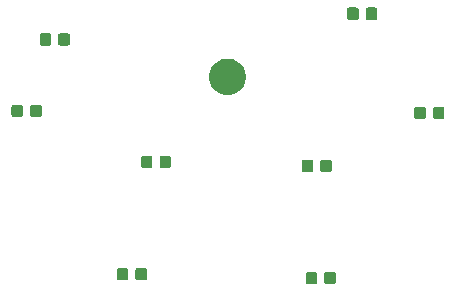
<source format=gbr>
G04 #@! TF.GenerationSoftware,KiCad,Pcbnew,(5.1.5)-3*
G04 #@! TF.CreationDate,2020-10-24T11:26:36-07:00*
G04 #@! TF.ProjectId,xmas_heart_2020,786d6173-5f68-4656-9172-745f32303230,rev?*
G04 #@! TF.SameCoordinates,Original*
G04 #@! TF.FileFunction,Soldermask,Top*
G04 #@! TF.FilePolarity,Negative*
%FSLAX46Y46*%
G04 Gerber Fmt 4.6, Leading zero omitted, Abs format (unit mm)*
G04 Created by KiCad (PCBNEW (5.1.5)-3) date 2020-10-24 11:26:36*
%MOMM*%
%LPD*%
G04 APERTURE LIST*
%ADD10C,0.100000*%
G04 APERTURE END LIST*
D10*
G36*
X114167091Y-44678085D02*
G01*
X114201069Y-44688393D01*
X114232390Y-44705134D01*
X114259839Y-44727661D01*
X114282366Y-44755110D01*
X114299107Y-44786431D01*
X114309415Y-44820409D01*
X114313500Y-44861890D01*
X114313500Y-45538110D01*
X114309415Y-45579591D01*
X114299107Y-45613569D01*
X114282366Y-45644890D01*
X114259839Y-45672339D01*
X114232390Y-45694866D01*
X114201069Y-45711607D01*
X114167091Y-45721915D01*
X114125610Y-45726000D01*
X113524390Y-45726000D01*
X113482909Y-45721915D01*
X113448931Y-45711607D01*
X113417610Y-45694866D01*
X113390161Y-45672339D01*
X113367634Y-45644890D01*
X113350893Y-45613569D01*
X113340585Y-45579591D01*
X113336500Y-45538110D01*
X113336500Y-44861890D01*
X113340585Y-44820409D01*
X113350893Y-44786431D01*
X113367634Y-44755110D01*
X113390161Y-44727661D01*
X113417610Y-44705134D01*
X113448931Y-44688393D01*
X113482909Y-44678085D01*
X113524390Y-44674000D01*
X114125610Y-44674000D01*
X114167091Y-44678085D01*
G37*
G36*
X112592091Y-44678085D02*
G01*
X112626069Y-44688393D01*
X112657390Y-44705134D01*
X112684839Y-44727661D01*
X112707366Y-44755110D01*
X112724107Y-44786431D01*
X112734415Y-44820409D01*
X112738500Y-44861890D01*
X112738500Y-45538110D01*
X112734415Y-45579591D01*
X112724107Y-45613569D01*
X112707366Y-45644890D01*
X112684839Y-45672339D01*
X112657390Y-45694866D01*
X112626069Y-45711607D01*
X112592091Y-45721915D01*
X112550610Y-45726000D01*
X111949390Y-45726000D01*
X111907909Y-45721915D01*
X111873931Y-45711607D01*
X111842610Y-45694866D01*
X111815161Y-45672339D01*
X111792634Y-45644890D01*
X111775893Y-45613569D01*
X111765585Y-45579591D01*
X111761500Y-45538110D01*
X111761500Y-44861890D01*
X111765585Y-44820409D01*
X111775893Y-44786431D01*
X111792634Y-44755110D01*
X111815161Y-44727661D01*
X111842610Y-44705134D01*
X111873931Y-44688393D01*
X111907909Y-44678085D01*
X111949390Y-44674000D01*
X112550610Y-44674000D01*
X112592091Y-44678085D01*
G37*
G36*
X96604591Y-44328085D02*
G01*
X96638569Y-44338393D01*
X96669890Y-44355134D01*
X96697339Y-44377661D01*
X96719866Y-44405110D01*
X96736607Y-44436431D01*
X96746915Y-44470409D01*
X96751000Y-44511890D01*
X96751000Y-45188110D01*
X96746915Y-45229591D01*
X96736607Y-45263569D01*
X96719866Y-45294890D01*
X96697339Y-45322339D01*
X96669890Y-45344866D01*
X96638569Y-45361607D01*
X96604591Y-45371915D01*
X96563110Y-45376000D01*
X95961890Y-45376000D01*
X95920409Y-45371915D01*
X95886431Y-45361607D01*
X95855110Y-45344866D01*
X95827661Y-45322339D01*
X95805134Y-45294890D01*
X95788393Y-45263569D01*
X95778085Y-45229591D01*
X95774000Y-45188110D01*
X95774000Y-44511890D01*
X95778085Y-44470409D01*
X95788393Y-44436431D01*
X95805134Y-44405110D01*
X95827661Y-44377661D01*
X95855110Y-44355134D01*
X95886431Y-44338393D01*
X95920409Y-44328085D01*
X95961890Y-44324000D01*
X96563110Y-44324000D01*
X96604591Y-44328085D01*
G37*
G36*
X98179591Y-44328085D02*
G01*
X98213569Y-44338393D01*
X98244890Y-44355134D01*
X98272339Y-44377661D01*
X98294866Y-44405110D01*
X98311607Y-44436431D01*
X98321915Y-44470409D01*
X98326000Y-44511890D01*
X98326000Y-45188110D01*
X98321915Y-45229591D01*
X98311607Y-45263569D01*
X98294866Y-45294890D01*
X98272339Y-45322339D01*
X98244890Y-45344866D01*
X98213569Y-45361607D01*
X98179591Y-45371915D01*
X98138110Y-45376000D01*
X97536890Y-45376000D01*
X97495409Y-45371915D01*
X97461431Y-45361607D01*
X97430110Y-45344866D01*
X97402661Y-45322339D01*
X97380134Y-45294890D01*
X97363393Y-45263569D01*
X97353085Y-45229591D01*
X97349000Y-45188110D01*
X97349000Y-44511890D01*
X97353085Y-44470409D01*
X97363393Y-44436431D01*
X97380134Y-44405110D01*
X97402661Y-44377661D01*
X97430110Y-44355134D01*
X97461431Y-44338393D01*
X97495409Y-44328085D01*
X97536890Y-44324000D01*
X98138110Y-44324000D01*
X98179591Y-44328085D01*
G37*
G36*
X113829591Y-35178085D02*
G01*
X113863569Y-35188393D01*
X113894890Y-35205134D01*
X113922339Y-35227661D01*
X113944866Y-35255110D01*
X113961607Y-35286431D01*
X113971915Y-35320409D01*
X113976000Y-35361890D01*
X113976000Y-36038110D01*
X113971915Y-36079591D01*
X113961607Y-36113569D01*
X113944866Y-36144890D01*
X113922339Y-36172339D01*
X113894890Y-36194866D01*
X113863569Y-36211607D01*
X113829591Y-36221915D01*
X113788110Y-36226000D01*
X113186890Y-36226000D01*
X113145409Y-36221915D01*
X113111431Y-36211607D01*
X113080110Y-36194866D01*
X113052661Y-36172339D01*
X113030134Y-36144890D01*
X113013393Y-36113569D01*
X113003085Y-36079591D01*
X112999000Y-36038110D01*
X112999000Y-35361890D01*
X113003085Y-35320409D01*
X113013393Y-35286431D01*
X113030134Y-35255110D01*
X113052661Y-35227661D01*
X113080110Y-35205134D01*
X113111431Y-35188393D01*
X113145409Y-35178085D01*
X113186890Y-35174000D01*
X113788110Y-35174000D01*
X113829591Y-35178085D01*
G37*
G36*
X112254591Y-35178085D02*
G01*
X112288569Y-35188393D01*
X112319890Y-35205134D01*
X112347339Y-35227661D01*
X112369866Y-35255110D01*
X112386607Y-35286431D01*
X112396915Y-35320409D01*
X112401000Y-35361890D01*
X112401000Y-36038110D01*
X112396915Y-36079591D01*
X112386607Y-36113569D01*
X112369866Y-36144890D01*
X112347339Y-36172339D01*
X112319890Y-36194866D01*
X112288569Y-36211607D01*
X112254591Y-36221915D01*
X112213110Y-36226000D01*
X111611890Y-36226000D01*
X111570409Y-36221915D01*
X111536431Y-36211607D01*
X111505110Y-36194866D01*
X111477661Y-36172339D01*
X111455134Y-36144890D01*
X111438393Y-36113569D01*
X111428085Y-36079591D01*
X111424000Y-36038110D01*
X111424000Y-35361890D01*
X111428085Y-35320409D01*
X111438393Y-35286431D01*
X111455134Y-35255110D01*
X111477661Y-35227661D01*
X111505110Y-35205134D01*
X111536431Y-35188393D01*
X111570409Y-35178085D01*
X111611890Y-35174000D01*
X112213110Y-35174000D01*
X112254591Y-35178085D01*
G37*
G36*
X100217091Y-34828085D02*
G01*
X100251069Y-34838393D01*
X100282390Y-34855134D01*
X100309839Y-34877661D01*
X100332366Y-34905110D01*
X100349107Y-34936431D01*
X100359415Y-34970409D01*
X100363500Y-35011890D01*
X100363500Y-35688110D01*
X100359415Y-35729591D01*
X100349107Y-35763569D01*
X100332366Y-35794890D01*
X100309839Y-35822339D01*
X100282390Y-35844866D01*
X100251069Y-35861607D01*
X100217091Y-35871915D01*
X100175610Y-35876000D01*
X99574390Y-35876000D01*
X99532909Y-35871915D01*
X99498931Y-35861607D01*
X99467610Y-35844866D01*
X99440161Y-35822339D01*
X99417634Y-35794890D01*
X99400893Y-35763569D01*
X99390585Y-35729591D01*
X99386500Y-35688110D01*
X99386500Y-35011890D01*
X99390585Y-34970409D01*
X99400893Y-34936431D01*
X99417634Y-34905110D01*
X99440161Y-34877661D01*
X99467610Y-34855134D01*
X99498931Y-34838393D01*
X99532909Y-34828085D01*
X99574390Y-34824000D01*
X100175610Y-34824000D01*
X100217091Y-34828085D01*
G37*
G36*
X98642091Y-34828085D02*
G01*
X98676069Y-34838393D01*
X98707390Y-34855134D01*
X98734839Y-34877661D01*
X98757366Y-34905110D01*
X98774107Y-34936431D01*
X98784415Y-34970409D01*
X98788500Y-35011890D01*
X98788500Y-35688110D01*
X98784415Y-35729591D01*
X98774107Y-35763569D01*
X98757366Y-35794890D01*
X98734839Y-35822339D01*
X98707390Y-35844866D01*
X98676069Y-35861607D01*
X98642091Y-35871915D01*
X98600610Y-35876000D01*
X97999390Y-35876000D01*
X97957909Y-35871915D01*
X97923931Y-35861607D01*
X97892610Y-35844866D01*
X97865161Y-35822339D01*
X97842634Y-35794890D01*
X97825893Y-35763569D01*
X97815585Y-35729591D01*
X97811500Y-35688110D01*
X97811500Y-35011890D01*
X97815585Y-34970409D01*
X97825893Y-34936431D01*
X97842634Y-34905110D01*
X97865161Y-34877661D01*
X97892610Y-34855134D01*
X97923931Y-34838393D01*
X97957909Y-34828085D01*
X97999390Y-34824000D01*
X98600610Y-34824000D01*
X98642091Y-34828085D01*
G37*
G36*
X123367091Y-30678085D02*
G01*
X123401069Y-30688393D01*
X123432390Y-30705134D01*
X123459839Y-30727661D01*
X123482366Y-30755110D01*
X123499107Y-30786431D01*
X123509415Y-30820409D01*
X123513500Y-30861890D01*
X123513500Y-31538110D01*
X123509415Y-31579591D01*
X123499107Y-31613569D01*
X123482366Y-31644890D01*
X123459839Y-31672339D01*
X123432390Y-31694866D01*
X123401069Y-31711607D01*
X123367091Y-31721915D01*
X123325610Y-31726000D01*
X122724390Y-31726000D01*
X122682909Y-31721915D01*
X122648931Y-31711607D01*
X122617610Y-31694866D01*
X122590161Y-31672339D01*
X122567634Y-31644890D01*
X122550893Y-31613569D01*
X122540585Y-31579591D01*
X122536500Y-31538110D01*
X122536500Y-30861890D01*
X122540585Y-30820409D01*
X122550893Y-30786431D01*
X122567634Y-30755110D01*
X122590161Y-30727661D01*
X122617610Y-30705134D01*
X122648931Y-30688393D01*
X122682909Y-30678085D01*
X122724390Y-30674000D01*
X123325610Y-30674000D01*
X123367091Y-30678085D01*
G37*
G36*
X121792091Y-30678085D02*
G01*
X121826069Y-30688393D01*
X121857390Y-30705134D01*
X121884839Y-30727661D01*
X121907366Y-30755110D01*
X121924107Y-30786431D01*
X121934415Y-30820409D01*
X121938500Y-30861890D01*
X121938500Y-31538110D01*
X121934415Y-31579591D01*
X121924107Y-31613569D01*
X121907366Y-31644890D01*
X121884839Y-31672339D01*
X121857390Y-31694866D01*
X121826069Y-31711607D01*
X121792091Y-31721915D01*
X121750610Y-31726000D01*
X121149390Y-31726000D01*
X121107909Y-31721915D01*
X121073931Y-31711607D01*
X121042610Y-31694866D01*
X121015161Y-31672339D01*
X120992634Y-31644890D01*
X120975893Y-31613569D01*
X120965585Y-31579591D01*
X120961500Y-31538110D01*
X120961500Y-30861890D01*
X120965585Y-30820409D01*
X120975893Y-30786431D01*
X120992634Y-30755110D01*
X121015161Y-30727661D01*
X121042610Y-30705134D01*
X121073931Y-30688393D01*
X121107909Y-30678085D01*
X121149390Y-30674000D01*
X121750610Y-30674000D01*
X121792091Y-30678085D01*
G37*
G36*
X87679591Y-30503085D02*
G01*
X87713569Y-30513393D01*
X87744890Y-30530134D01*
X87772339Y-30552661D01*
X87794866Y-30580110D01*
X87811607Y-30611431D01*
X87821915Y-30645409D01*
X87826000Y-30686890D01*
X87826000Y-31363110D01*
X87821915Y-31404591D01*
X87811607Y-31438569D01*
X87794866Y-31469890D01*
X87772339Y-31497339D01*
X87744890Y-31519866D01*
X87713569Y-31536607D01*
X87679591Y-31546915D01*
X87638110Y-31551000D01*
X87036890Y-31551000D01*
X86995409Y-31546915D01*
X86961431Y-31536607D01*
X86930110Y-31519866D01*
X86902661Y-31497339D01*
X86880134Y-31469890D01*
X86863393Y-31438569D01*
X86853085Y-31404591D01*
X86849000Y-31363110D01*
X86849000Y-30686890D01*
X86853085Y-30645409D01*
X86863393Y-30611431D01*
X86880134Y-30580110D01*
X86902661Y-30552661D01*
X86930110Y-30530134D01*
X86961431Y-30513393D01*
X86995409Y-30503085D01*
X87036890Y-30499000D01*
X87638110Y-30499000D01*
X87679591Y-30503085D01*
G37*
G36*
X89254591Y-30503085D02*
G01*
X89288569Y-30513393D01*
X89319890Y-30530134D01*
X89347339Y-30552661D01*
X89369866Y-30580110D01*
X89386607Y-30611431D01*
X89396915Y-30645409D01*
X89401000Y-30686890D01*
X89401000Y-31363110D01*
X89396915Y-31404591D01*
X89386607Y-31438569D01*
X89369866Y-31469890D01*
X89347339Y-31497339D01*
X89319890Y-31519866D01*
X89288569Y-31536607D01*
X89254591Y-31546915D01*
X89213110Y-31551000D01*
X88611890Y-31551000D01*
X88570409Y-31546915D01*
X88536431Y-31536607D01*
X88505110Y-31519866D01*
X88477661Y-31497339D01*
X88455134Y-31469890D01*
X88438393Y-31438569D01*
X88428085Y-31404591D01*
X88424000Y-31363110D01*
X88424000Y-30686890D01*
X88428085Y-30645409D01*
X88438393Y-30611431D01*
X88455134Y-30580110D01*
X88477661Y-30552661D01*
X88505110Y-30530134D01*
X88536431Y-30513393D01*
X88570409Y-30503085D01*
X88611890Y-30499000D01*
X89213110Y-30499000D01*
X89254591Y-30503085D01*
G37*
G36*
X105427585Y-26628802D02*
G01*
X105577410Y-26658604D01*
X105859674Y-26775521D01*
X106113705Y-26945259D01*
X106329741Y-27161295D01*
X106499479Y-27415326D01*
X106616396Y-27697590D01*
X106676000Y-27997240D01*
X106676000Y-28302760D01*
X106616396Y-28602410D01*
X106499479Y-28884674D01*
X106329741Y-29138705D01*
X106113705Y-29354741D01*
X105859674Y-29524479D01*
X105577410Y-29641396D01*
X105427585Y-29671198D01*
X105277761Y-29701000D01*
X104972239Y-29701000D01*
X104822415Y-29671198D01*
X104672590Y-29641396D01*
X104390326Y-29524479D01*
X104136295Y-29354741D01*
X103920259Y-29138705D01*
X103750521Y-28884674D01*
X103633604Y-28602410D01*
X103574000Y-28302760D01*
X103574000Y-27997240D01*
X103633604Y-27697590D01*
X103750521Y-27415326D01*
X103920259Y-27161295D01*
X104136295Y-26945259D01*
X104390326Y-26775521D01*
X104672590Y-26658604D01*
X104822415Y-26628802D01*
X104972239Y-26599000D01*
X105277761Y-26599000D01*
X105427585Y-26628802D01*
G37*
G36*
X91642091Y-24453085D02*
G01*
X91676069Y-24463393D01*
X91707390Y-24480134D01*
X91734839Y-24502661D01*
X91757366Y-24530110D01*
X91774107Y-24561431D01*
X91784415Y-24595409D01*
X91788500Y-24636890D01*
X91788500Y-25313110D01*
X91784415Y-25354591D01*
X91774107Y-25388569D01*
X91757366Y-25419890D01*
X91734839Y-25447339D01*
X91707390Y-25469866D01*
X91676069Y-25486607D01*
X91642091Y-25496915D01*
X91600610Y-25501000D01*
X90999390Y-25501000D01*
X90957909Y-25496915D01*
X90923931Y-25486607D01*
X90892610Y-25469866D01*
X90865161Y-25447339D01*
X90842634Y-25419890D01*
X90825893Y-25388569D01*
X90815585Y-25354591D01*
X90811500Y-25313110D01*
X90811500Y-24636890D01*
X90815585Y-24595409D01*
X90825893Y-24561431D01*
X90842634Y-24530110D01*
X90865161Y-24502661D01*
X90892610Y-24480134D01*
X90923931Y-24463393D01*
X90957909Y-24453085D01*
X90999390Y-24449000D01*
X91600610Y-24449000D01*
X91642091Y-24453085D01*
G37*
G36*
X90067091Y-24453085D02*
G01*
X90101069Y-24463393D01*
X90132390Y-24480134D01*
X90159839Y-24502661D01*
X90182366Y-24530110D01*
X90199107Y-24561431D01*
X90209415Y-24595409D01*
X90213500Y-24636890D01*
X90213500Y-25313110D01*
X90209415Y-25354591D01*
X90199107Y-25388569D01*
X90182366Y-25419890D01*
X90159839Y-25447339D01*
X90132390Y-25469866D01*
X90101069Y-25486607D01*
X90067091Y-25496915D01*
X90025610Y-25501000D01*
X89424390Y-25501000D01*
X89382909Y-25496915D01*
X89348931Y-25486607D01*
X89317610Y-25469866D01*
X89290161Y-25447339D01*
X89267634Y-25419890D01*
X89250893Y-25388569D01*
X89240585Y-25354591D01*
X89236500Y-25313110D01*
X89236500Y-24636890D01*
X89240585Y-24595409D01*
X89250893Y-24561431D01*
X89267634Y-24530110D01*
X89290161Y-24502661D01*
X89317610Y-24480134D01*
X89348931Y-24463393D01*
X89382909Y-24453085D01*
X89424390Y-24449000D01*
X90025610Y-24449000D01*
X90067091Y-24453085D01*
G37*
G36*
X117667091Y-22278085D02*
G01*
X117701069Y-22288393D01*
X117732390Y-22305134D01*
X117759839Y-22327661D01*
X117782366Y-22355110D01*
X117799107Y-22386431D01*
X117809415Y-22420409D01*
X117813500Y-22461890D01*
X117813500Y-23138110D01*
X117809415Y-23179591D01*
X117799107Y-23213569D01*
X117782366Y-23244890D01*
X117759839Y-23272339D01*
X117732390Y-23294866D01*
X117701069Y-23311607D01*
X117667091Y-23321915D01*
X117625610Y-23326000D01*
X117024390Y-23326000D01*
X116982909Y-23321915D01*
X116948931Y-23311607D01*
X116917610Y-23294866D01*
X116890161Y-23272339D01*
X116867634Y-23244890D01*
X116850893Y-23213569D01*
X116840585Y-23179591D01*
X116836500Y-23138110D01*
X116836500Y-22461890D01*
X116840585Y-22420409D01*
X116850893Y-22386431D01*
X116867634Y-22355110D01*
X116890161Y-22327661D01*
X116917610Y-22305134D01*
X116948931Y-22288393D01*
X116982909Y-22278085D01*
X117024390Y-22274000D01*
X117625610Y-22274000D01*
X117667091Y-22278085D01*
G37*
G36*
X116092091Y-22278085D02*
G01*
X116126069Y-22288393D01*
X116157390Y-22305134D01*
X116184839Y-22327661D01*
X116207366Y-22355110D01*
X116224107Y-22386431D01*
X116234415Y-22420409D01*
X116238500Y-22461890D01*
X116238500Y-23138110D01*
X116234415Y-23179591D01*
X116224107Y-23213569D01*
X116207366Y-23244890D01*
X116184839Y-23272339D01*
X116157390Y-23294866D01*
X116126069Y-23311607D01*
X116092091Y-23321915D01*
X116050610Y-23326000D01*
X115449390Y-23326000D01*
X115407909Y-23321915D01*
X115373931Y-23311607D01*
X115342610Y-23294866D01*
X115315161Y-23272339D01*
X115292634Y-23244890D01*
X115275893Y-23213569D01*
X115265585Y-23179591D01*
X115261500Y-23138110D01*
X115261500Y-22461890D01*
X115265585Y-22420409D01*
X115275893Y-22386431D01*
X115292634Y-22355110D01*
X115315161Y-22327661D01*
X115342610Y-22305134D01*
X115373931Y-22288393D01*
X115407909Y-22278085D01*
X115449390Y-22274000D01*
X116050610Y-22274000D01*
X116092091Y-22278085D01*
G37*
M02*

</source>
